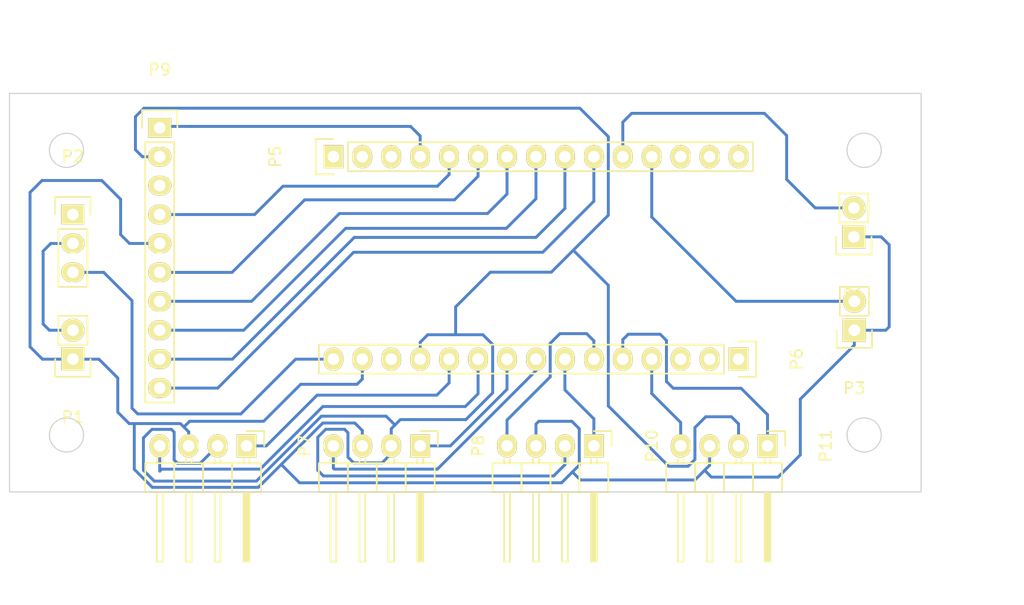
<source format=kicad_pcb>
(kicad_pcb (version 4) (host pcbnew "(2014-08-05 BZR 5054)-product")

  (general
    (links 34)
    (no_connects 0)
    (area 29.949999 29.949999 110.050001 65.050001)
    (thickness 1.6)
    (drawings 17)
    (tracks 225)
    (zones 0)
    (modules 11)
    (nets 32)
  )

  (page A4)
  (layers
    (0 F.Cu signal)
    (1 Arduino_CU jumper)
    (2 no signal)
    (31 B.Cu signal)
    (32 B.Adhes user)
    (33 F.Adhes user)
    (34 B.Paste user)
    (35 F.Paste user)
    (36 B.SilkS user)
    (37 F.SilkS user)
    (38 B.Mask user)
    (39 F.Mask user)
    (40 Dwgs.User user)
    (41 Cmts.User user)
    (42 Eco1.User user)
    (43 Eco2.User user)
    (44 Edge.Cuts user)
    (45 Margin user)
  )

  (setup
    (last_trace_width 0.254)
    (user_trace_width 0.35)
    (user_trace_width 0.5)
    (user_trace_width 0.75)
    (user_trace_width 1)
    (user_trace_width 1.5)
    (trace_clearance 0.254)
    (zone_clearance 0.508)
    (zone_45_only no)
    (trace_min 0.254)
    (segment_width 0.2)
    (edge_width 0.1)
    (via_size 0.889)
    (via_drill 0.635)
    (via_min_size 0.889)
    (via_min_drill 0.508)
    (uvia_size 0.508)
    (uvia_drill 0.127)
    (uvias_allowed no)
    (uvia_min_size 0.508)
    (uvia_min_drill 0.127)
    (pcb_text_width 0.3)
    (pcb_text_size 1.5 1.5)
    (mod_edge_width 0.15)
    (mod_text_size 1 1)
    (mod_text_width 0.15)
    (pad_size 1.5 1.5)
    (pad_drill 0.6)
    (pad_to_mask_clearance 0)
    (aux_axis_origin 0 0)
    (visible_elements FFFFFF7F)
    (pcbplotparams
      (layerselection 0x00030_80000001)
      (usegerberextensions false)
      (excludeedgelayer true)
      (linewidth 0.100000)
      (plotframeref false)
      (viasonmask false)
      (mode 1)
      (useauxorigin false)
      (hpglpennumber 1)
      (hpglpenspeed 20)
      (hpglpendiameter 15)
      (hpglpenoverlay 2)
      (psnegative false)
      (psa4output false)
      (plotreference true)
      (plotvalue true)
      (plotinvisibletext false)
      (padsonsilk false)
      (subtractmaskfromsilk false)
      (outputformat 1)
      (mirror false)
      (drillshape 1)
      (scaleselection 1)
      (outputdirectory ""))
  )

  (net 0 "")
  (net 1 GND)
  (net 2 /BATT_9V)
  (net 3 "Net-(P2-Pad1)")
  (net 4 /VIN)
  (net 5 /BT1)
  (net 6 /BT0)
  (net 7 /TX)
  (net 8 /RX)
  (net 9 /RESET)
  (net 10 /RS)
  (net 11 /ENABLE)
  (net 12 /D4)
  (net 13 /D5)
  (net 14 /D6)
  (net 15 /D7)
  (net 16 "Net-(P5-Pad13)")
  (net 17 "Net-(P5-Pad14)")
  (net 18 "Net-(P5-Pad15)")
  (net 19 "Net-(P6-Pad1)")
  (net 20 /3V3)
  (net 21 /AREF)
  (net 22 /SDA0)
  (net 23 /SCL0)
  (net 24 /SDA1)
  (net 25 /SCL1)
  (net 26 /SDA2)
  (net 27 /SCL2)
  (net 28 /SDA3)
  (net 29 /SCL3)
  (net 30 /VCC)
  (net 31 /Vo)

  (net_class Default "This is the default net class."
    (clearance 0.254)
    (trace_width 0.254)
    (via_dia 0.889)
    (via_drill 0.635)
    (uvia_dia 0.508)
    (uvia_drill 0.127)
    (add_net /3V3)
    (add_net /AREF)
    (add_net /BATT_9V)
    (add_net /BT0)
    (add_net /BT1)
    (add_net /D4)
    (add_net /D5)
    (add_net /D6)
    (add_net /D7)
    (add_net /ENABLE)
    (add_net /RESET)
    (add_net /RS)
    (add_net /RX)
    (add_net /SCL0)
    (add_net /SCL1)
    (add_net /SCL2)
    (add_net /SCL3)
    (add_net /SDA0)
    (add_net /SDA1)
    (add_net /SDA2)
    (add_net /SDA3)
    (add_net /TX)
    (add_net /VCC)
    (add_net /VIN)
    (add_net /Vo)
    (add_net GND)
    (add_net "Net-(P2-Pad1)")
    (add_net "Net-(P5-Pad13)")
    (add_net "Net-(P5-Pad14)")
    (add_net "Net-(P5-Pad15)")
    (add_net "Net-(P6-Pad1)")
  )

  (module Pin_Headers:Pin_Header_Straight_1x02 (layer F.Cu) (tedit 54EA090C) (tstamp 5548FFBE)
    (at 35.56 53.34 180)
    (descr "Through hole pin header")
    (tags "pin header")
    (path /55496787)
    (fp_text reference P1 (at 0 -5.1 180) (layer F.SilkS)
      (effects (font (size 1 1) (thickness 0.15)))
    )
    (fp_text value CONN_01X02 (at 0 -3.1 180) (layer F.Fab)
      (effects (font (size 1 1) (thickness 0.15)))
    )
    (fp_line (start 1.27 1.27) (end 1.27 3.81) (layer F.SilkS) (width 0.15))
    (fp_line (start 1.55 -1.55) (end 1.55 0) (layer F.SilkS) (width 0.15))
    (fp_line (start -1.75 -1.75) (end -1.75 4.3) (layer F.CrtYd) (width 0.05))
    (fp_line (start 1.75 -1.75) (end 1.75 4.3) (layer F.CrtYd) (width 0.05))
    (fp_line (start -1.75 -1.75) (end 1.75 -1.75) (layer F.CrtYd) (width 0.05))
    (fp_line (start -1.75 4.3) (end 1.75 4.3) (layer F.CrtYd) (width 0.05))
    (fp_line (start 1.27 1.27) (end -1.27 1.27) (layer F.SilkS) (width 0.15))
    (fp_line (start -1.55 0) (end -1.55 -1.55) (layer F.SilkS) (width 0.15))
    (fp_line (start -1.55 -1.55) (end 1.55 -1.55) (layer F.SilkS) (width 0.15))
    (fp_line (start -1.27 1.27) (end -1.27 3.81) (layer F.SilkS) (width 0.15))
    (fp_line (start -1.27 3.81) (end 1.27 3.81) (layer F.SilkS) (width 0.15))
    (pad 1 thru_hole rect (at 0 0 180) (size 2.032 2.032) (drill 1.016) (layers *.Cu *.Mask F.SilkS)
      (net 1 GND))
    (pad 2 thru_hole oval (at 0 2.54 180) (size 2.032 2.032) (drill 1.016) (layers *.Cu *.Mask F.SilkS)
      (net 2 /BATT_9V))
    (model Pin_Headers.3dshapes/Pin_Header_Straight_1x02.wrl
      (at (xyz 0 -0.05000000074505806 0))
      (scale (xyz 1 1 1))
      (rotate (xyz 0 0 90))
    )
  )

  (module Pin_Headers:Pin_Header_Straight_1x03 (layer F.Cu) (tedit 5548FECF) (tstamp 5548FFD0)
    (at 35.56 40.64)
    (descr "Through hole pin header")
    (tags "pin header")
    (path /554965D7)
    (fp_text reference P2 (at 0 -5.1) (layer F.SilkS)
      (effects (font (size 1 1) (thickness 0.15)))
    )
    (fp_text value CONN_01X03 (at 0 -3.1) (layer F.Fab)
      (effects (font (size 1 1) (thickness 0.15)))
    )
    (fp_line (start -1.75 -1.75) (end -1.75 6.85) (layer F.CrtYd) (width 0.05))
    (fp_line (start 1.75 -1.75) (end 1.75 6.85) (layer F.CrtYd) (width 0.05))
    (fp_line (start -1.75 -1.75) (end 1.75 -1.75) (layer F.CrtYd) (width 0.05))
    (fp_line (start -1.75 6.85) (end 1.75 6.85) (layer F.CrtYd) (width 0.05))
    (fp_line (start -1.27 1.27) (end -1.27 6.35) (layer F.SilkS) (width 0.15))
    (fp_line (start -1.27 6.35) (end 1.27 6.35) (layer F.SilkS) (width 0.15))
    (fp_line (start 1.27 6.35) (end 1.27 1.27) (layer F.SilkS) (width 0.15))
    (fp_line (start 1.55 -1.55) (end 1.55 0) (layer F.SilkS) (width 0.15))
    (fp_line (start 1.27 1.27) (end -1.27 1.27) (layer F.SilkS) (width 0.15))
    (fp_line (start -1.55 0) (end -1.55 -1.55) (layer F.SilkS) (width 0.15))
    (fp_line (start -1.55 -1.55) (end 1.55 -1.55) (layer F.SilkS) (width 0.15))
    (pad 1 thru_hole rect (at 0 0) (size 2.032 1.7272) (drill 1.016) (layers *.Cu *.Mask F.SilkS)
      (net 3 "Net-(P2-Pad1)"))
    (pad 2 thru_hole oval (at 0 2.54) (size 2.032 1.7272) (drill 1.016) (layers *.Cu *.Mask F.SilkS)
      (net 2 /BATT_9V))
    (pad 3 thru_hole oval (at 0 5.08) (size 2.032 1.7272) (drill 1.016) (layers *.Cu *.Mask F.SilkS)
      (net 4 /VIN))
    (model Pin_Headers.3dshapes/Pin_Header_Straight_1x03.wrl
      (at (xyz 0 -0.1000000014901161 0))
      (scale (xyz 1 1 1))
      (rotate (xyz 0 0 90))
    )
  )

  (module Pin_Headers:Pin_Header_Straight_1x02 (layer F.Cu) (tedit 54EA090C) (tstamp 5548FFE1)
    (at 104.14 50.8 180)
    (descr "Through hole pin header")
    (tags "pin header")
    (path /55496555)
    (fp_text reference P3 (at 0 -5.1 180) (layer F.SilkS)
      (effects (font (size 1 1) (thickness 0.15)))
    )
    (fp_text value CONN_01X02 (at 0 -3.1 180) (layer F.Fab)
      (effects (font (size 1 1) (thickness 0.15)))
    )
    (fp_line (start 1.27 1.27) (end 1.27 3.81) (layer F.SilkS) (width 0.15))
    (fp_line (start 1.55 -1.55) (end 1.55 0) (layer F.SilkS) (width 0.15))
    (fp_line (start -1.75 -1.75) (end -1.75 4.3) (layer F.CrtYd) (width 0.05))
    (fp_line (start 1.75 -1.75) (end 1.75 4.3) (layer F.CrtYd) (width 0.05))
    (fp_line (start -1.75 -1.75) (end 1.75 -1.75) (layer F.CrtYd) (width 0.05))
    (fp_line (start -1.75 4.3) (end 1.75 4.3) (layer F.CrtYd) (width 0.05))
    (fp_line (start 1.27 1.27) (end -1.27 1.27) (layer F.SilkS) (width 0.15))
    (fp_line (start -1.55 0) (end -1.55 -1.55) (layer F.SilkS) (width 0.15))
    (fp_line (start -1.55 -1.55) (end 1.55 -1.55) (layer F.SilkS) (width 0.15))
    (fp_line (start -1.27 1.27) (end -1.27 3.81) (layer F.SilkS) (width 0.15))
    (fp_line (start -1.27 3.81) (end 1.27 3.81) (layer F.SilkS) (width 0.15))
    (pad 1 thru_hole rect (at 0 0 180) (size 2.032 2.032) (drill 1.016) (layers *.Cu *.Mask F.SilkS)
      (net 1 GND))
    (pad 2 thru_hole oval (at 0 2.54 180) (size 2.032 2.032) (drill 1.016) (layers *.Cu *.Mask F.SilkS)
      (net 5 /BT1))
    (model Pin_Headers.3dshapes/Pin_Header_Straight_1x02.wrl
      (at (xyz 0 -0.05000000074505806 0))
      (scale (xyz 1 1 1))
      (rotate (xyz 0 0 90))
    )
  )

  (module Pin_Headers:Pin_Header_Straight_1x02 (layer F.Cu) (tedit 54EA090C) (tstamp 5548FFF2)
    (at 104.1 42.6 180)
    (descr "Through hole pin header")
    (tags "pin header")
    (path /55496412)
    (fp_text reference P4 (at 0 -5.1 180) (layer F.SilkS)
      (effects (font (size 1 1) (thickness 0.15)))
    )
    (fp_text value CONN_01X02 (at 0 -3.1 180) (layer F.Fab)
      (effects (font (size 1 1) (thickness 0.15)))
    )
    (fp_line (start 1.27 1.27) (end 1.27 3.81) (layer F.SilkS) (width 0.15))
    (fp_line (start 1.55 -1.55) (end 1.55 0) (layer F.SilkS) (width 0.15))
    (fp_line (start -1.75 -1.75) (end -1.75 4.3) (layer F.CrtYd) (width 0.05))
    (fp_line (start 1.75 -1.75) (end 1.75 4.3) (layer F.CrtYd) (width 0.05))
    (fp_line (start -1.75 -1.75) (end 1.75 -1.75) (layer F.CrtYd) (width 0.05))
    (fp_line (start -1.75 4.3) (end 1.75 4.3) (layer F.CrtYd) (width 0.05))
    (fp_line (start 1.27 1.27) (end -1.27 1.27) (layer F.SilkS) (width 0.15))
    (fp_line (start -1.55 0) (end -1.55 -1.55) (layer F.SilkS) (width 0.15))
    (fp_line (start -1.55 -1.55) (end 1.55 -1.55) (layer F.SilkS) (width 0.15))
    (fp_line (start -1.27 1.27) (end -1.27 3.81) (layer F.SilkS) (width 0.15))
    (fp_line (start -1.27 3.81) (end 1.27 3.81) (layer F.SilkS) (width 0.15))
    (pad 1 thru_hole rect (at 0 0 180) (size 2.032 2.032) (drill 1.016) (layers *.Cu *.Mask F.SilkS)
      (net 1 GND))
    (pad 2 thru_hole oval (at 0 2.54 180) (size 2.032 2.032) (drill 1.016) (layers *.Cu *.Mask F.SilkS)
      (net 6 /BT0))
    (model Pin_Headers.3dshapes/Pin_Header_Straight_1x02.wrl
      (at (xyz 0 -0.05000000074505806 0))
      (scale (xyz 1 1 1))
      (rotate (xyz 0 0 90))
    )
  )

  (module Pin_Headers:Pin_Header_Straight_1x15 (layer F.Cu) (tedit 5548FECF) (tstamp 55490010)
    (at 58.42 35.56 90)
    (descr "Through hole pin header")
    (tags "pin header")
    (path /55495A97)
    (fp_text reference P5 (at 0 -5.1 90) (layer F.SilkS)
      (effects (font (size 1 1) (thickness 0.15)))
    )
    (fp_text value CONN_01X15 (at 0 -3.1 90) (layer F.Fab)
      (effects (font (size 1 1) (thickness 0.15)))
    )
    (fp_line (start -1.75 -1.75) (end -1.75 37.35) (layer F.CrtYd) (width 0.05))
    (fp_line (start 1.75 -1.75) (end 1.75 37.35) (layer F.CrtYd) (width 0.05))
    (fp_line (start -1.75 -1.75) (end 1.75 -1.75) (layer F.CrtYd) (width 0.05))
    (fp_line (start -1.75 37.35) (end 1.75 37.35) (layer F.CrtYd) (width 0.05))
    (fp_line (start -1.27 1.27) (end -1.27 36.83) (layer F.SilkS) (width 0.15))
    (fp_line (start -1.27 36.83) (end 1.27 36.83) (layer F.SilkS) (width 0.15))
    (fp_line (start 1.27 36.83) (end 1.27 1.27) (layer F.SilkS) (width 0.15))
    (fp_line (start 1.55 -1.55) (end 1.55 0) (layer F.SilkS) (width 0.15))
    (fp_line (start 1.27 1.27) (end -1.27 1.27) (layer F.SilkS) (width 0.15))
    (fp_line (start -1.55 0) (end -1.55 -1.55) (layer F.SilkS) (width 0.15))
    (fp_line (start -1.55 -1.55) (end 1.55 -1.55) (layer F.SilkS) (width 0.15))
    (pad 1 thru_hole rect (at 0 0 90) (size 2.032 1.7272) (drill 1.016) (layers *.Cu *.Mask F.SilkS)
      (net 7 /TX))
    (pad 2 thru_hole oval (at 0 2.54 90) (size 2.032 1.7272) (drill 1.016) (layers *.Cu *.Mask F.SilkS)
      (net 8 /RX))
    (pad 3 thru_hole oval (at 0 5.08 90) (size 2.032 1.7272) (drill 1.016) (layers *.Cu *.Mask F.SilkS)
      (net 9 /RESET))
    (pad 4 thru_hole oval (at 0 7.62 90) (size 2.032 1.7272) (drill 1.016) (layers *.Cu *.Mask F.SilkS)
      (net 1 GND))
    (pad 5 thru_hole oval (at 0 10.16 90) (size 2.032 1.7272) (drill 1.016) (layers *.Cu *.Mask F.SilkS)
      (net 10 /RS))
    (pad 6 thru_hole oval (at 0 12.7 90) (size 2.032 1.7272) (drill 1.016) (layers *.Cu *.Mask F.SilkS)
      (net 11 /ENABLE))
    (pad 7 thru_hole oval (at 0 15.24 90) (size 2.032 1.7272) (drill 1.016) (layers *.Cu *.Mask F.SilkS)
      (net 12 /D4))
    (pad 8 thru_hole oval (at 0 17.78 90) (size 2.032 1.7272) (drill 1.016) (layers *.Cu *.Mask F.SilkS)
      (net 13 /D5))
    (pad 9 thru_hole oval (at 0 20.32 90) (size 2.032 1.7272) (drill 1.016) (layers *.Cu *.Mask F.SilkS)
      (net 14 /D6))
    (pad 10 thru_hole oval (at 0 22.86 90) (size 2.032 1.7272) (drill 1.016) (layers *.Cu *.Mask F.SilkS)
      (net 15 /D7))
    (pad 11 thru_hole oval (at 0 25.4 90) (size 2.032 1.7272) (drill 1.016) (layers *.Cu *.Mask F.SilkS)
      (net 6 /BT0))
    (pad 12 thru_hole oval (at 0 27.94 90) (size 2.032 1.7272) (drill 1.016) (layers *.Cu *.Mask F.SilkS)
      (net 5 /BT1))
    (pad 13 thru_hole oval (at 0 30.48 90) (size 2.032 1.7272) (drill 1.016) (layers *.Cu *.Mask F.SilkS)
      (net 16 "Net-(P5-Pad13)"))
    (pad 14 thru_hole oval (at 0 33.02 90) (size 2.032 1.7272) (drill 1.016) (layers *.Cu *.Mask F.SilkS)
      (net 17 "Net-(P5-Pad14)"))
    (pad 15 thru_hole oval (at 0 35.56 90) (size 2.032 1.7272) (drill 1.016) (layers *.Cu *.Mask F.SilkS)
      (net 18 "Net-(P5-Pad15)"))
    (model Pin_Headers.3dshapes/Pin_Header_Straight_1x15.wrl
      (at (xyz 0 -0.699999988079071 0))
      (scale (xyz 1 1 1))
      (rotate (xyz 0 0 90))
    )
  )

  (module Pin_Headers:Pin_Header_Straight_1x15 (layer F.Cu) (tedit 5548FECF) (tstamp 5549002E)
    (at 93.98 53.34 270)
    (descr "Through hole pin header")
    (tags "pin header")
    (path /55495AD8)
    (fp_text reference P6 (at 0 -5.1 270) (layer F.SilkS)
      (effects (font (size 1 1) (thickness 0.15)))
    )
    (fp_text value CONN_01X15 (at 0 -3.1 270) (layer F.Fab)
      (effects (font (size 1 1) (thickness 0.15)))
    )
    (fp_line (start -1.75 -1.75) (end -1.75 37.35) (layer F.CrtYd) (width 0.05))
    (fp_line (start 1.75 -1.75) (end 1.75 37.35) (layer F.CrtYd) (width 0.05))
    (fp_line (start -1.75 -1.75) (end 1.75 -1.75) (layer F.CrtYd) (width 0.05))
    (fp_line (start -1.75 37.35) (end 1.75 37.35) (layer F.CrtYd) (width 0.05))
    (fp_line (start -1.27 1.27) (end -1.27 36.83) (layer F.SilkS) (width 0.15))
    (fp_line (start -1.27 36.83) (end 1.27 36.83) (layer F.SilkS) (width 0.15))
    (fp_line (start 1.27 36.83) (end 1.27 1.27) (layer F.SilkS) (width 0.15))
    (fp_line (start 1.55 -1.55) (end 1.55 0) (layer F.SilkS) (width 0.15))
    (fp_line (start 1.27 1.27) (end -1.27 1.27) (layer F.SilkS) (width 0.15))
    (fp_line (start -1.55 0) (end -1.55 -1.55) (layer F.SilkS) (width 0.15))
    (fp_line (start -1.55 -1.55) (end 1.55 -1.55) (layer F.SilkS) (width 0.15))
    (pad 1 thru_hole rect (at 0 0 270) (size 2.032 1.7272) (drill 1.016) (layers *.Cu *.Mask F.SilkS)
      (net 19 "Net-(P6-Pad1)"))
    (pad 2 thru_hole oval (at 0 2.54 270) (size 2.032 1.7272) (drill 1.016) (layers *.Cu *.Mask F.SilkS)
      (net 20 /3V3))
    (pad 3 thru_hole oval (at 0 5.08 270) (size 2.032 1.7272) (drill 1.016) (layers *.Cu *.Mask F.SilkS)
      (net 21 /AREF))
    (pad 4 thru_hole oval (at 0 7.62 270) (size 2.032 1.7272) (drill 1.016) (layers *.Cu *.Mask F.SilkS)
      (net 22 /SDA0))
    (pad 5 thru_hole oval (at 0 10.16 270) (size 2.032 1.7272) (drill 1.016) (layers *.Cu *.Mask F.SilkS)
      (net 23 /SCL0))
    (pad 6 thru_hole oval (at 0 12.7 270) (size 2.032 1.7272) (drill 1.016) (layers *.Cu *.Mask F.SilkS)
      (net 24 /SDA1))
    (pad 7 thru_hole oval (at 0 15.24 270) (size 2.032 1.7272) (drill 1.016) (layers *.Cu *.Mask F.SilkS)
      (net 25 /SCL1))
    (pad 8 thru_hole oval (at 0 17.78 270) (size 2.032 1.7272) (drill 1.016) (layers *.Cu *.Mask F.SilkS)
      (net 26 /SDA2))
    (pad 9 thru_hole oval (at 0 20.32 270) (size 2.032 1.7272) (drill 1.016) (layers *.Cu *.Mask F.SilkS)
      (net 27 /SCL2))
    (pad 10 thru_hole oval (at 0 22.86 270) (size 2.032 1.7272) (drill 1.016) (layers *.Cu *.Mask F.SilkS)
      (net 28 /SDA3))
    (pad 11 thru_hole oval (at 0 25.4 270) (size 2.032 1.7272) (drill 1.016) (layers *.Cu *.Mask F.SilkS)
      (net 29 /SCL3))
    (pad 12 thru_hole oval (at 0 27.94 270) (size 2.032 1.7272) (drill 1.016) (layers *.Cu *.Mask F.SilkS)
      (net 30 /VCC))
    (pad 13 thru_hole oval (at 0 30.48 270) (size 2.032 1.7272) (drill 1.016) (layers *.Cu *.Mask F.SilkS)
      (net 9 /RESET))
    (pad 14 thru_hole oval (at 0 33.02 270) (size 2.032 1.7272) (drill 1.016) (layers *.Cu *.Mask F.SilkS)
      (net 1 GND))
    (pad 15 thru_hole oval (at 0 35.56 270) (size 2.032 1.7272) (drill 1.016) (layers *.Cu *.Mask F.SilkS)
      (net 4 /VIN))
    (model Pin_Headers.3dshapes/Pin_Header_Straight_1x15.wrl
      (at (xyz 0 -0.699999988079071 0))
      (scale (xyz 1 1 1))
      (rotate (xyz 0 0 90))
    )
  )

  (module Pin_Headers:Pin_Header_Angled_1x04 (layer F.Cu) (tedit 5548FECF) (tstamp 55490065)
    (at 50.8 60.96 270)
    (descr "Through hole pin header")
    (tags "pin header")
    (path /55496C8A)
    (fp_text reference P7 (at 0 -5.1 270) (layer F.SilkS)
      (effects (font (size 1 1) (thickness 0.15)))
    )
    (fp_text value CONN_01X04 (at 0 -3.1 270) (layer F.Fab)
      (effects (font (size 1 1) (thickness 0.15)))
    )
    (fp_line (start -1.5 -1.75) (end -1.5 9.4) (layer F.CrtYd) (width 0.05))
    (fp_line (start 10.65 -1.75) (end 10.65 9.4) (layer F.CrtYd) (width 0.05))
    (fp_line (start -1.5 -1.75) (end 10.65 -1.75) (layer F.CrtYd) (width 0.05))
    (fp_line (start -1.5 9.4) (end 10.65 9.4) (layer F.CrtYd) (width 0.05))
    (fp_line (start -1.3 -1.55) (end -1.3 0) (layer F.SilkS) (width 0.15))
    (fp_line (start 0 -1.55) (end -1.3 -1.55) (layer F.SilkS) (width 0.15))
    (fp_line (start 4.191 -0.127) (end 10.033 -0.127) (layer F.SilkS) (width 0.15))
    (fp_line (start 10.033 -0.127) (end 10.033 0.127) (layer F.SilkS) (width 0.15))
    (fp_line (start 10.033 0.127) (end 4.191 0.127) (layer F.SilkS) (width 0.15))
    (fp_line (start 4.191 0.127) (end 4.191 0) (layer F.SilkS) (width 0.15))
    (fp_line (start 4.191 0) (end 10.033 0) (layer F.SilkS) (width 0.15))
    (fp_line (start 1.524 -0.254) (end 1.143 -0.254) (layer F.SilkS) (width 0.15))
    (fp_line (start 1.524 0.254) (end 1.143 0.254) (layer F.SilkS) (width 0.15))
    (fp_line (start 1.524 2.286) (end 1.143 2.286) (layer F.SilkS) (width 0.15))
    (fp_line (start 1.524 2.794) (end 1.143 2.794) (layer F.SilkS) (width 0.15))
    (fp_line (start 1.524 4.826) (end 1.143 4.826) (layer F.SilkS) (width 0.15))
    (fp_line (start 1.524 5.334) (end 1.143 5.334) (layer F.SilkS) (width 0.15))
    (fp_line (start 1.524 7.874) (end 1.143 7.874) (layer F.SilkS) (width 0.15))
    (fp_line (start 1.524 7.366) (end 1.143 7.366) (layer F.SilkS) (width 0.15))
    (fp_line (start 1.524 -1.27) (end 4.064 -1.27) (layer F.SilkS) (width 0.15))
    (fp_line (start 1.524 1.27) (end 4.064 1.27) (layer F.SilkS) (width 0.15))
    (fp_line (start 1.524 1.27) (end 1.524 3.81) (layer F.SilkS) (width 0.15))
    (fp_line (start 1.524 3.81) (end 4.064 3.81) (layer F.SilkS) (width 0.15))
    (fp_line (start 4.064 2.286) (end 10.16 2.286) (layer F.SilkS) (width 0.15))
    (fp_line (start 10.16 2.286) (end 10.16 2.794) (layer F.SilkS) (width 0.15))
    (fp_line (start 10.16 2.794) (end 4.064 2.794) (layer F.SilkS) (width 0.15))
    (fp_line (start 4.064 3.81) (end 4.064 1.27) (layer F.SilkS) (width 0.15))
    (fp_line (start 4.064 1.27) (end 4.064 -1.27) (layer F.SilkS) (width 0.15))
    (fp_line (start 10.16 0.254) (end 4.064 0.254) (layer F.SilkS) (width 0.15))
    (fp_line (start 10.16 -0.254) (end 10.16 0.254) (layer F.SilkS) (width 0.15))
    (fp_line (start 4.064 -0.254) (end 10.16 -0.254) (layer F.SilkS) (width 0.15))
    (fp_line (start 1.524 1.27) (end 4.064 1.27) (layer F.SilkS) (width 0.15))
    (fp_line (start 1.524 -1.27) (end 1.524 1.27) (layer F.SilkS) (width 0.15))
    (fp_line (start 1.524 6.35) (end 4.064 6.35) (layer F.SilkS) (width 0.15))
    (fp_line (start 1.524 6.35) (end 1.524 8.89) (layer F.SilkS) (width 0.15))
    (fp_line (start 1.524 8.89) (end 4.064 8.89) (layer F.SilkS) (width 0.15))
    (fp_line (start 4.064 7.366) (end 10.16 7.366) (layer F.SilkS) (width 0.15))
    (fp_line (start 10.16 7.366) (end 10.16 7.874) (layer F.SilkS) (width 0.15))
    (fp_line (start 10.16 7.874) (end 4.064 7.874) (layer F.SilkS) (width 0.15))
    (fp_line (start 4.064 8.89) (end 4.064 6.35) (layer F.SilkS) (width 0.15))
    (fp_line (start 4.064 6.35) (end 4.064 3.81) (layer F.SilkS) (width 0.15))
    (fp_line (start 10.16 5.334) (end 4.064 5.334) (layer F.SilkS) (width 0.15))
    (fp_line (start 10.16 4.826) (end 10.16 5.334) (layer F.SilkS) (width 0.15))
    (fp_line (start 4.064 4.826) (end 10.16 4.826) (layer F.SilkS) (width 0.15))
    (fp_line (start 1.524 6.35) (end 4.064 6.35) (layer F.SilkS) (width 0.15))
    (fp_line (start 1.524 3.81) (end 1.524 6.35) (layer F.SilkS) (width 0.15))
    (fp_line (start 1.524 3.81) (end 4.064 3.81) (layer F.SilkS) (width 0.15))
    (pad 1 thru_hole rect (at 0 0 270) (size 2.032 1.7272) (drill 1.016) (layers *.Cu *.Mask F.SilkS)
      (net 29 /SCL3))
    (pad 2 thru_hole oval (at 0 2.54 270) (size 2.032 1.7272) (drill 1.016) (layers *.Cu *.Mask F.SilkS)
      (net 30 /VCC))
    (pad 3 thru_hole oval (at 0 5.08 270) (size 2.032 1.7272) (drill 1.016) (layers *.Cu *.Mask F.SilkS)
      (net 1 GND))
    (pad 4 thru_hole oval (at 0 7.62 270) (size 2.032 1.7272) (drill 1.016) (layers *.Cu *.Mask F.SilkS)
      (net 28 /SDA3))
    (model Pin_Headers.3dshapes/Pin_Header_Angled_1x04.wrl
      (at (xyz 0 -0.1500000059604645 0))
      (scale (xyz 1 1 1))
      (rotate (xyz 0 0 90))
    )
  )

  (module Pin_Headers:Pin_Header_Angled_1x04 (layer F.Cu) (tedit 5548FECF) (tstamp 5549009C)
    (at 66.04 60.96 270)
    (descr "Through hole pin header")
    (tags "pin header")
    (path /554970B9)
    (fp_text reference P8 (at 0 -5.1 270) (layer F.SilkS)
      (effects (font (size 1 1) (thickness 0.15)))
    )
    (fp_text value CONN_01X04 (at 0 -3.1 270) (layer F.Fab)
      (effects (font (size 1 1) (thickness 0.15)))
    )
    (fp_line (start -1.5 -1.75) (end -1.5 9.4) (layer F.CrtYd) (width 0.05))
    (fp_line (start 10.65 -1.75) (end 10.65 9.4) (layer F.CrtYd) (width 0.05))
    (fp_line (start -1.5 -1.75) (end 10.65 -1.75) (layer F.CrtYd) (width 0.05))
    (fp_line (start -1.5 9.4) (end 10.65 9.4) (layer F.CrtYd) (width 0.05))
    (fp_line (start -1.3 -1.55) (end -1.3 0) (layer F.SilkS) (width 0.15))
    (fp_line (start 0 -1.55) (end -1.3 -1.55) (layer F.SilkS) (width 0.15))
    (fp_line (start 4.191 -0.127) (end 10.033 -0.127) (layer F.SilkS) (width 0.15))
    (fp_line (start 10.033 -0.127) (end 10.033 0.127) (layer F.SilkS) (width 0.15))
    (fp_line (start 10.033 0.127) (end 4.191 0.127) (layer F.SilkS) (width 0.15))
    (fp_line (start 4.191 0.127) (end 4.191 0) (layer F.SilkS) (width 0.15))
    (fp_line (start 4.191 0) (end 10.033 0) (layer F.SilkS) (width 0.15))
    (fp_line (start 1.524 -0.254) (end 1.143 -0.254) (layer F.SilkS) (width 0.15))
    (fp_line (start 1.524 0.254) (end 1.143 0.254) (layer F.SilkS) (width 0.15))
    (fp_line (start 1.524 2.286) (end 1.143 2.286) (layer F.SilkS) (width 0.15))
    (fp_line (start 1.524 2.794) (end 1.143 2.794) (layer F.SilkS) (width 0.15))
    (fp_line (start 1.524 4.826) (end 1.143 4.826) (layer F.SilkS) (width 0.15))
    (fp_line (start 1.524 5.334) (end 1.143 5.334) (layer F.SilkS) (width 0.15))
    (fp_line (start 1.524 7.874) (end 1.143 7.874) (layer F.SilkS) (width 0.15))
    (fp_line (start 1.524 7.366) (end 1.143 7.366) (layer F.SilkS) (width 0.15))
    (fp_line (start 1.524 -1.27) (end 4.064 -1.27) (layer F.SilkS) (width 0.15))
    (fp_line (start 1.524 1.27) (end 4.064 1.27) (layer F.SilkS) (width 0.15))
    (fp_line (start 1.524 1.27) (end 1.524 3.81) (layer F.SilkS) (width 0.15))
    (fp_line (start 1.524 3.81) (end 4.064 3.81) (layer F.SilkS) (width 0.15))
    (fp_line (start 4.064 2.286) (end 10.16 2.286) (layer F.SilkS) (width 0.15))
    (fp_line (start 10.16 2.286) (end 10.16 2.794) (layer F.SilkS) (width 0.15))
    (fp_line (start 10.16 2.794) (end 4.064 2.794) (layer F.SilkS) (width 0.15))
    (fp_line (start 4.064 3.81) (end 4.064 1.27) (layer F.SilkS) (width 0.15))
    (fp_line (start 4.064 1.27) (end 4.064 -1.27) (layer F.SilkS) (width 0.15))
    (fp_line (start 10.16 0.254) (end 4.064 0.254) (layer F.SilkS) (width 0.15))
    (fp_line (start 10.16 -0.254) (end 10.16 0.254) (layer F.SilkS) (width 0.15))
    (fp_line (start 4.064 -0.254) (end 10.16 -0.254) (layer F.SilkS) (width 0.15))
    (fp_line (start 1.524 1.27) (end 4.064 1.27) (layer F.SilkS) (width 0.15))
    (fp_line (start 1.524 -1.27) (end 1.524 1.27) (layer F.SilkS) (width 0.15))
    (fp_line (start 1.524 6.35) (end 4.064 6.35) (layer F.SilkS) (width 0.15))
    (fp_line (start 1.524 6.35) (end 1.524 8.89) (layer F.SilkS) (width 0.15))
    (fp_line (start 1.524 8.89) (end 4.064 8.89) (layer F.SilkS) (width 0.15))
    (fp_line (start 4.064 7.366) (end 10.16 7.366) (layer F.SilkS) (width 0.15))
    (fp_line (start 10.16 7.366) (end 10.16 7.874) (layer F.SilkS) (width 0.15))
    (fp_line (start 10.16 7.874) (end 4.064 7.874) (layer F.SilkS) (width 0.15))
    (fp_line (start 4.064 8.89) (end 4.064 6.35) (layer F.SilkS) (width 0.15))
    (fp_line (start 4.064 6.35) (end 4.064 3.81) (layer F.SilkS) (width 0.15))
    (fp_line (start 10.16 5.334) (end 4.064 5.334) (layer F.SilkS) (width 0.15))
    (fp_line (start 10.16 4.826) (end 10.16 5.334) (layer F.SilkS) (width 0.15))
    (fp_line (start 4.064 4.826) (end 10.16 4.826) (layer F.SilkS) (width 0.15))
    (fp_line (start 1.524 6.35) (end 4.064 6.35) (layer F.SilkS) (width 0.15))
    (fp_line (start 1.524 3.81) (end 1.524 6.35) (layer F.SilkS) (width 0.15))
    (fp_line (start 1.524 3.81) (end 4.064 3.81) (layer F.SilkS) (width 0.15))
    (pad 1 thru_hole rect (at 0 0 270) (size 2.032 1.7272) (drill 1.016) (layers *.Cu *.Mask F.SilkS)
      (net 27 /SCL2))
    (pad 2 thru_hole oval (at 0 2.54 270) (size 2.032 1.7272) (drill 1.016) (layers *.Cu *.Mask F.SilkS)
      (net 30 /VCC))
    (pad 3 thru_hole oval (at 0 5.08 270) (size 2.032 1.7272) (drill 1.016) (layers *.Cu *.Mask F.SilkS)
      (net 1 GND))
    (pad 4 thru_hole oval (at 0 7.62 270) (size 2.032 1.7272) (drill 1.016) (layers *.Cu *.Mask F.SilkS)
      (net 26 /SDA2))
    (model Pin_Headers.3dshapes/Pin_Header_Angled_1x04.wrl
      (at (xyz 0 -0.1500000059604645 0))
      (scale (xyz 1 1 1))
      (rotate (xyz 0 0 90))
    )
  )

  (module Pin_Headers:Pin_Header_Straight_1x10 (layer F.Cu) (tedit 5548FECF) (tstamp 554900B5)
    (at 43.18 33.02)
    (descr "Through hole pin header")
    (tags "pin header")
    (path /55495C19)
    (fp_text reference P9 (at 0 -5.1) (layer F.SilkS)
      (effects (font (size 1 1) (thickness 0.15)))
    )
    (fp_text value CONN_01X10 (at 0 -3.1) (layer F.Fab)
      (effects (font (size 1 1) (thickness 0.15)))
    )
    (fp_line (start -1.75 -1.75) (end -1.75 24.65) (layer F.CrtYd) (width 0.05))
    (fp_line (start 1.75 -1.75) (end 1.75 24.65) (layer F.CrtYd) (width 0.05))
    (fp_line (start -1.75 -1.75) (end 1.75 -1.75) (layer F.CrtYd) (width 0.05))
    (fp_line (start -1.75 24.65) (end 1.75 24.65) (layer F.CrtYd) (width 0.05))
    (fp_line (start 1.27 1.27) (end 1.27 24.13) (layer F.SilkS) (width 0.15))
    (fp_line (start 1.27 24.13) (end -1.27 24.13) (layer F.SilkS) (width 0.15))
    (fp_line (start -1.27 24.13) (end -1.27 1.27) (layer F.SilkS) (width 0.15))
    (fp_line (start 1.55 -1.55) (end 1.55 0) (layer F.SilkS) (width 0.15))
    (fp_line (start 1.27 1.27) (end -1.27 1.27) (layer F.SilkS) (width 0.15))
    (fp_line (start -1.55 0) (end -1.55 -1.55) (layer F.SilkS) (width 0.15))
    (fp_line (start -1.55 -1.55) (end 1.55 -1.55) (layer F.SilkS) (width 0.15))
    (pad 1 thru_hole rect (at 0 0) (size 2.032 1.7272) (drill 1.016) (layers *.Cu *.Mask F.SilkS)
      (net 1 GND))
    (pad 2 thru_hole oval (at 0 2.54) (size 2.032 1.7272) (drill 1.016) (layers *.Cu *.Mask F.SilkS)
      (net 30 /VCC))
    (pad 3 thru_hole oval (at 0 5.08) (size 2.032 1.7272) (drill 1.016) (layers *.Cu *.Mask F.SilkS)
      (net 31 /Vo))
    (pad 4 thru_hole oval (at 0 7.62) (size 2.032 1.7272) (drill 1.016) (layers *.Cu *.Mask F.SilkS)
      (net 10 /RS))
    (pad 5 thru_hole oval (at 0 10.16) (size 2.032 1.7272) (drill 1.016) (layers *.Cu *.Mask F.SilkS)
      (net 1 GND))
    (pad 6 thru_hole oval (at 0 12.7) (size 2.032 1.7272) (drill 1.016) (layers *.Cu *.Mask F.SilkS)
      (net 11 /ENABLE))
    (pad 7 thru_hole oval (at 0 15.24) (size 2.032 1.7272) (drill 1.016) (layers *.Cu *.Mask F.SilkS)
      (net 12 /D4))
    (pad 8 thru_hole oval (at 0 17.78) (size 2.032 1.7272) (drill 1.016) (layers *.Cu *.Mask F.SilkS)
      (net 13 /D5))
    (pad 9 thru_hole oval (at 0 20.32) (size 2.032 1.7272) (drill 1.016) (layers *.Cu *.Mask F.SilkS)
      (net 14 /D6))
    (pad 10 thru_hole oval (at 0 22.86) (size 2.032 1.7272) (drill 1.016) (layers *.Cu *.Mask F.SilkS)
      (net 15 /D7))
    (model Pin_Headers.3dshapes/Pin_Header_Straight_1x10.wrl
      (at (xyz 0 -0.449999988079071 0))
      (scale (xyz 1 1 1))
      (rotate (xyz 0 0 90))
    )
  )

  (module Pin_Headers:Pin_Header_Angled_1x04 (layer F.Cu) (tedit 5548FECF) (tstamp 554900EC)
    (at 81.28 60.96 270)
    (descr "Through hole pin header")
    (tags "pin header")
    (path /554972A7)
    (fp_text reference P10 (at 0 -5.1 270) (layer F.SilkS)
      (effects (font (size 1 1) (thickness 0.15)))
    )
    (fp_text value CONN_01X04 (at 0 -3.1 270) (layer F.Fab)
      (effects (font (size 1 1) (thickness 0.15)))
    )
    (fp_line (start -1.5 -1.75) (end -1.5 9.4) (layer F.CrtYd) (width 0.05))
    (fp_line (start 10.65 -1.75) (end 10.65 9.4) (layer F.CrtYd) (width 0.05))
    (fp_line (start -1.5 -1.75) (end 10.65 -1.75) (layer F.CrtYd) (width 0.05))
    (fp_line (start -1.5 9.4) (end 10.65 9.4) (layer F.CrtYd) (width 0.05))
    (fp_line (start -1.3 -1.55) (end -1.3 0) (layer F.SilkS) (width 0.15))
    (fp_line (start 0 -1.55) (end -1.3 -1.55) (layer F.SilkS) (width 0.15))
    (fp_line (start 4.191 -0.127) (end 10.033 -0.127) (layer F.SilkS) (width 0.15))
    (fp_line (start 10.033 -0.127) (end 10.033 0.127) (layer F.SilkS) (width 0.15))
    (fp_line (start 10.033 0.127) (end 4.191 0.127) (layer F.SilkS) (width 0.15))
    (fp_line (start 4.191 0.127) (end 4.191 0) (layer F.SilkS) (width 0.15))
    (fp_line (start 4.191 0) (end 10.033 0) (layer F.SilkS) (width 0.15))
    (fp_line (start 1.524 -0.254) (end 1.143 -0.254) (layer F.SilkS) (width 0.15))
    (fp_line (start 1.524 0.254) (end 1.143 0.254) (layer F.SilkS) (width 0.15))
    (fp_line (start 1.524 2.286) (end 1.143 2.286) (layer F.SilkS) (width 0.15))
    (fp_line (start 1.524 2.794) (end 1.143 2.794) (layer F.SilkS) (width 0.15))
    (fp_line (start 1.524 4.826) (end 1.143 4.826) (layer F.SilkS) (width 0.15))
    (fp_line (start 1.524 5.334) (end 1.143 5.334) (layer F.SilkS) (width 0.15))
    (fp_line (start 1.524 7.874) (end 1.143 7.874) (layer F.SilkS) (width 0.15))
    (fp_line (start 1.524 7.366) (end 1.143 7.366) (layer F.SilkS) (width 0.15))
    (fp_line (start 1.524 -1.27) (end 4.064 -1.27) (layer F.SilkS) (width 0.15))
    (fp_line (start 1.524 1.27) (end 4.064 1.27) (layer F.SilkS) (width 0.15))
    (fp_line (start 1.524 1.27) (end 1.524 3.81) (layer F.SilkS) (width 0.15))
    (fp_line (start 1.524 3.81) (end 4.064 3.81) (layer F.SilkS) (width 0.15))
    (fp_line (start 4.064 2.286) (end 10.16 2.286) (layer F.SilkS) (width 0.15))
    (fp_line (start 10.16 2.286) (end 10.16 2.794) (layer F.SilkS) (width 0.15))
    (fp_line (start 10.16 2.794) (end 4.064 2.794) (layer F.SilkS) (width 0.15))
    (fp_line (start 4.064 3.81) (end 4.064 1.27) (layer F.SilkS) (width 0.15))
    (fp_line (start 4.064 1.27) (end 4.064 -1.27) (layer F.SilkS) (width 0.15))
    (fp_line (start 10.16 0.254) (end 4.064 0.254) (layer F.SilkS) (width 0.15))
    (fp_line (start 10.16 -0.254) (end 10.16 0.254) (layer F.SilkS) (width 0.15))
    (fp_line (start 4.064 -0.254) (end 10.16 -0.254) (layer F.SilkS) (width 0.15))
    (fp_line (start 1.524 1.27) (end 4.064 1.27) (layer F.SilkS) (width 0.15))
    (fp_line (start 1.524 -1.27) (end 1.524 1.27) (layer F.SilkS) (width 0.15))
    (fp_line (start 1.524 6.35) (end 4.064 6.35) (layer F.SilkS) (width 0.15))
    (fp_line (start 1.524 6.35) (end 1.524 8.89) (layer F.SilkS) (width 0.15))
    (fp_line (start 1.524 8.89) (end 4.064 8.89) (layer F.SilkS) (width 0.15))
    (fp_line (start 4.064 7.366) (end 10.16 7.366) (layer F.SilkS) (width 0.15))
    (fp_line (start 10.16 7.366) (end 10.16 7.874) (layer F.SilkS) (width 0.15))
    (fp_line (start 10.16 7.874) (end 4.064 7.874) (layer F.SilkS) (width 0.15))
    (fp_line (start 4.064 8.89) (end 4.064 6.35) (layer F.SilkS) (width 0.15))
    (fp_line (start 4.064 6.35) (end 4.064 3.81) (layer F.SilkS) (width 0.15))
    (fp_line (start 10.16 5.334) (end 4.064 5.334) (layer F.SilkS) (width 0.15))
    (fp_line (start 10.16 4.826) (end 10.16 5.334) (layer F.SilkS) (width 0.15))
    (fp_line (start 4.064 4.826) (end 10.16 4.826) (layer F.SilkS) (width 0.15))
    (fp_line (start 1.524 6.35) (end 4.064 6.35) (layer F.SilkS) (width 0.15))
    (fp_line (start 1.524 3.81) (end 1.524 6.35) (layer F.SilkS) (width 0.15))
    (fp_line (start 1.524 3.81) (end 4.064 3.81) (layer F.SilkS) (width 0.15))
    (pad 1 thru_hole rect (at 0 0 270) (size 2.032 1.7272) (drill 1.016) (layers *.Cu *.Mask F.SilkS)
      (net 25 /SCL1))
    (pad 2 thru_hole oval (at 0 2.54 270) (size 2.032 1.7272) (drill 1.016) (layers *.Cu *.Mask F.SilkS)
      (net 30 /VCC))
    (pad 3 thru_hole oval (at 0 5.08 270) (size 2.032 1.7272) (drill 1.016) (layers *.Cu *.Mask F.SilkS)
      (net 1 GND))
    (pad 4 thru_hole oval (at 0 7.62 270) (size 2.032 1.7272) (drill 1.016) (layers *.Cu *.Mask F.SilkS)
      (net 24 /SDA1))
    (model Pin_Headers.3dshapes/Pin_Header_Angled_1x04.wrl
      (at (xyz 0 -0.1500000059604645 0))
      (scale (xyz 1 1 1))
      (rotate (xyz 0 0 90))
    )
  )

  (module Pin_Headers:Pin_Header_Angled_1x04 (layer F.Cu) (tedit 5548FECF) (tstamp 55490123)
    (at 96.52 60.96 270)
    (descr "Through hole pin header")
    (tags "pin header")
    (path /554972B5)
    (fp_text reference P11 (at 0 -5.1 270) (layer F.SilkS)
      (effects (font (size 1 1) (thickness 0.15)))
    )
    (fp_text value CONN_01X04 (at 0 -3.1 270) (layer F.Fab)
      (effects (font (size 1 1) (thickness 0.15)))
    )
    (fp_line (start -1.5 -1.75) (end -1.5 9.4) (layer F.CrtYd) (width 0.05))
    (fp_line (start 10.65 -1.75) (end 10.65 9.4) (layer F.CrtYd) (width 0.05))
    (fp_line (start -1.5 -1.75) (end 10.65 -1.75) (layer F.CrtYd) (width 0.05))
    (fp_line (start -1.5 9.4) (end 10.65 9.4) (layer F.CrtYd) (width 0.05))
    (fp_line (start -1.3 -1.55) (end -1.3 0) (layer F.SilkS) (width 0.15))
    (fp_line (start 0 -1.55) (end -1.3 -1.55) (layer F.SilkS) (width 0.15))
    (fp_line (start 4.191 -0.127) (end 10.033 -0.127) (layer F.SilkS) (width 0.15))
    (fp_line (start 10.033 -0.127) (end 10.033 0.127) (layer F.SilkS) (width 0.15))
    (fp_line (start 10.033 0.127) (end 4.191 0.127) (layer F.SilkS) (width 0.15))
    (fp_line (start 4.191 0.127) (end 4.191 0) (layer F.SilkS) (width 0.15))
    (fp_line (start 4.191 0) (end 10.033 0) (layer F.SilkS) (width 0.15))
    (fp_line (start 1.524 -0.254) (end 1.143 -0.254) (layer F.SilkS) (width 0.15))
    (fp_line (start 1.524 0.254) (end 1.143 0.254) (layer F.SilkS) (width 0.15))
    (fp_line (start 1.524 2.286) (end 1.143 2.286) (layer F.SilkS) (width 0.15))
    (fp_line (start 1.524 2.794) (end 1.143 2.794) (layer F.SilkS) (width 0.15))
    (fp_line (start 1.524 4.826) (end 1.143 4.826) (layer F.SilkS) (width 0.15))
    (fp_line (start 1.524 5.334) (end 1.143 5.334) (layer F.SilkS) (width 0.15))
    (fp_line (start 1.524 7.874) (end 1.143 7.874) (layer F.SilkS) (width 0.15))
    (fp_line (start 1.524 7.366) (end 1.143 7.366) (layer F.SilkS) (width 0.15))
    (fp_line (start 1.524 -1.27) (end 4.064 -1.27) (layer F.SilkS) (width 0.15))
    (fp_line (start 1.524 1.27) (end 4.064 1.27) (layer F.SilkS) (width 0.15))
    (fp_line (start 1.524 1.27) (end 1.524 3.81) (layer F.SilkS) (width 0.15))
    (fp_line (start 1.524 3.81) (end 4.064 3.81) (layer F.SilkS) (width 0.15))
    (fp_line (start 4.064 2.286) (end 10.16 2.286) (layer F.SilkS) (width 0.15))
    (fp_line (start 10.16 2.286) (end 10.16 2.794) (layer F.SilkS) (width 0.15))
    (fp_line (start 10.16 2.794) (end 4.064 2.794) (layer F.SilkS) (width 0.15))
    (fp_line (start 4.064 3.81) (end 4.064 1.27) (layer F.SilkS) (width 0.15))
    (fp_line (start 4.064 1.27) (end 4.064 -1.27) (layer F.SilkS) (width 0.15))
    (fp_line (start 10.16 0.254) (end 4.064 0.254) (layer F.SilkS) (width 0.15))
    (fp_line (start 10.16 -0.254) (end 10.16 0.254) (layer F.SilkS) (width 0.15))
    (fp_line (start 4.064 -0.254) (end 10.16 -0.254) (layer F.SilkS) (width 0.15))
    (fp_line (start 1.524 1.27) (end 4.064 1.27) (layer F.SilkS) (width 0.15))
    (fp_line (start 1.524 -1.27) (end 1.524 1.27) (layer F.SilkS) (width 0.15))
    (fp_line (start 1.524 6.35) (end 4.064 6.35) (layer F.SilkS) (width 0.15))
    (fp_line (start 1.524 6.35) (end 1.524 8.89) (layer F.SilkS) (width 0.15))
    (fp_line (start 1.524 8.89) (end 4.064 8.89) (layer F.SilkS) (width 0.15))
    (fp_line (start 4.064 7.366) (end 10.16 7.366) (layer F.SilkS) (width 0.15))
    (fp_line (start 10.16 7.366) (end 10.16 7.874) (layer F.SilkS) (width 0.15))
    (fp_line (start 10.16 7.874) (end 4.064 7.874) (layer F.SilkS) (width 0.15))
    (fp_line (start 4.064 8.89) (end 4.064 6.35) (layer F.SilkS) (width 0.15))
    (fp_line (start 4.064 6.35) (end 4.064 3.81) (layer F.SilkS) (width 0.15))
    (fp_line (start 10.16 5.334) (end 4.064 5.334) (layer F.SilkS) (width 0.15))
    (fp_line (start 10.16 4.826) (end 10.16 5.334) (layer F.SilkS) (width 0.15))
    (fp_line (start 4.064 4.826) (end 10.16 4.826) (layer F.SilkS) (width 0.15))
    (fp_line (start 1.524 6.35) (end 4.064 6.35) (layer F.SilkS) (width 0.15))
    (fp_line (start 1.524 3.81) (end 1.524 6.35) (layer F.SilkS) (width 0.15))
    (fp_line (start 1.524 3.81) (end 4.064 3.81) (layer F.SilkS) (width 0.15))
    (pad 1 thru_hole rect (at 0 0 270) (size 2.032 1.7272) (drill 1.016) (layers *.Cu *.Mask F.SilkS)
      (net 23 /SCL0))
    (pad 2 thru_hole oval (at 0 2.54 270) (size 2.032 1.7272) (drill 1.016) (layers *.Cu *.Mask F.SilkS)
      (net 30 /VCC))
    (pad 3 thru_hole oval (at 0 5.08 270) (size 2.032 1.7272) (drill 1.016) (layers *.Cu *.Mask F.SilkS)
      (net 1 GND))
    (pad 4 thru_hole oval (at 0 7.62 270) (size 2.032 1.7272) (drill 1.016) (layers *.Cu *.Mask F.SilkS)
      (net 22 /SDA0))
    (model Pin_Headers.3dshapes/Pin_Header_Angled_1x04.wrl
      (at (xyz 0 -0.1500000059604645 0))
      (scale (xyz 1 1 1))
      (rotate (xyz 0 0 90))
    )
  )

  (gr_text "Pot \nHERE" (at 48.25 35.8) (layer Cmts.User)
    (effects (font (size 1.5 1.5) (thickness 0.3)))
  )
  (gr_text "TODO: Increase distance of track to edge" (at 70.85 73.55) (layer Cmts.User)
    (effects (font (size 1.5 1.5) (thickness 0.3)))
  )
  (gr_text "TODO: Verify pin distance" (at 65.75 42.65) (layer Cmts.User)
    (effects (font (size 1.5 1.5) (thickness 0.3)))
  )
  (dimension 14.5 (width 0.3) (layer Dwgs.User)
    (gr_text "14.500 mm" (at 82.35 44.25 270) (layer Dwgs.User)
      (effects (font (size 1.5 1.5) (thickness 0.3)))
    )
    (feature1 (pts (xy 79 51.5) (xy 83.7 51.5)))
    (feature2 (pts (xy 79 37) (xy 83.7 37)))
    (crossbar (pts (xy 81 37) (xy 81 51.5)))
    (arrow1a (pts (xy 81 51.5) (xy 80.413579 50.373496)))
    (arrow1b (pts (xy 81 51.5) (xy 81.586421 50.373496)))
    (arrow2a (pts (xy 81 37) (xy 80.413579 38.126504)))
    (arrow2b (pts (xy 81 37) (xy 81.586421 38.126504)))
  )
  (dimension 3 (width 0.3) (layer Dwgs.User)
    (gr_text "3.000 mm" (at 27 68.5) (layer Dwgs.User)
      (effects (font (size 1.5 1.5) (thickness 0.3)))
    )
    (feature1 (pts (xy 33.5 60) (xy 33.5 71.2)))
    (feature2 (pts (xy 36.5 60) (xy 36.5 71.2)))
    (crossbar (pts (xy 36.5 68.5) (xy 33.5 68.5)))
    (arrow1a (pts (xy 33.5 68.5) (xy 34.626504 67.913579)))
    (arrow1b (pts (xy 33.5 68.5) (xy 34.626504 69.086421)))
    (arrow2a (pts (xy 36.5 68.5) (xy 35.373496 67.913579)))
    (arrow2b (pts (xy 36.5 68.5) (xy 35.373496 69.086421)))
  )
  (dimension 25 (width 0.3) (layer Dwgs.User)
    (gr_text "25.000 mm" (at 112.85 47.5 270) (layer Dwgs.User)
      (effects (font (size 1.5 1.5) (thickness 0.3)))
    )
    (feature1 (pts (xy 105 60) (xy 114.2 60)))
    (feature2 (pts (xy 105 35) (xy 114.2 35)))
    (crossbar (pts (xy 111.5 35) (xy 111.5 60)))
    (arrow1a (pts (xy 111.5 60) (xy 110.913579 58.873496)))
    (arrow1b (pts (xy 111.5 60) (xy 112.086421 58.873496)))
    (arrow2a (pts (xy 111.5 35) (xy 110.913579 36.126504)))
    (arrow2b (pts (xy 111.5 35) (xy 112.086421 36.126504)))
  )
  (dimension 70 (width 0.3) (layer Dwgs.User)
    (gr_text "70.000 mm" (at 70 27.65) (layer Dwgs.User)
      (effects (font (size 1.5 1.5) (thickness 0.3)))
    )
    (feature1 (pts (xy 105 35) (xy 105 26.3)))
    (feature2 (pts (xy 35 35) (xy 35 26.3)))
    (crossbar (pts (xy 35 29) (xy 105 29)))
    (arrow1a (pts (xy 105 29) (xy 103.873496 29.586421)))
    (arrow1b (pts (xy 105 29) (xy 103.873496 28.413579)))
    (arrow2a (pts (xy 35 29) (xy 36.126504 29.586421)))
    (arrow2b (pts (xy 35 29) (xy 36.126504 28.413579)))
  )
  (gr_circle (center 35 60) (end 33.5 60) (layer Edge.Cuts) (width 0.1))
  (gr_circle (center 105 60) (end 106.5 60) (layer Edge.Cuts) (width 0.1))
  (gr_circle (center 105 35) (end 106.5 35) (layer Edge.Cuts) (width 0.1))
  (gr_circle (center 35 35) (end 33.5 35) (layer Edge.Cuts) (width 0.1))
  (dimension 35 (width 0.3) (layer Dwgs.User)
    (gr_text "35.000 mm" (at 116.35 47.5 270) (layer Dwgs.User)
      (effects (font (size 1.5 1.5) (thickness 0.3)))
    )
    (feature1 (pts (xy 105 65) (xy 117.7 65)))
    (feature2 (pts (xy 105 30) (xy 117.7 30)))
    (crossbar (pts (xy 115 30) (xy 115 65)))
    (arrow1a (pts (xy 115 65) (xy 114.413579 63.873496)))
    (arrow1b (pts (xy 115 65) (xy 115.586421 63.873496)))
    (arrow2a (pts (xy 115 30) (xy 114.413579 31.126504)))
    (arrow2b (pts (xy 115 30) (xy 115.586421 31.126504)))
  )
  (dimension 80 (width 0.3) (layer Dwgs.User)
    (gr_text "80.000 mm" (at 70 23.65) (layer Dwgs.User)
      (effects (font (size 1.5 1.5) (thickness 0.3)))
    )
    (feature1 (pts (xy 110 35) (xy 110 22.3)))
    (feature2 (pts (xy 30 35) (xy 30 22.3)))
    (crossbar (pts (xy 30 25) (xy 110 25)))
    (arrow1a (pts (xy 110 25) (xy 108.873496 25.586421)))
    (arrow1b (pts (xy 110 25) (xy 108.873496 24.413579)))
    (arrow2a (pts (xy 30 25) (xy 31.126504 25.586421)))
    (arrow2b (pts (xy 30 25) (xy 31.126504 24.413579)))
  )
  (gr_line (start 30 65) (end 30 30) (angle 90) (layer Edge.Cuts) (width 0.1))
  (gr_line (start 110 65) (end 30 65) (angle 90) (layer Edge.Cuts) (width 0.1))
  (gr_line (start 110 30) (end 110 65) (angle 90) (layer Edge.Cuts) (width 0.1))
  (gr_line (start 30 30) (end 110 30) (angle 90) (layer Edge.Cuts) (width 0.1))

  (segment (start 66.04 35.56) (end 66.04 34.84) (width 0.254) (layer Arduino_CU) (net 1))
  (segment (start 66.04 34.84) (end 64.9 33.7) (width 0.254) (layer Arduino_CU) (net 1) (tstamp 55490812))
  (segment (start 60.96 50.99) (end 60.96 53.34) (width 0.254) (layer Arduino_CU) (net 1) (tstamp 55490819))
  (segment (start 62.25 49.7) (end 60.96 50.99) (width 0.254) (layer Arduino_CU) (net 1) (tstamp 55490817))
  (segment (start 62.25 34.2) (end 62.25 49.7) (width 0.254) (layer Arduino_CU) (net 1) (tstamp 55490816))
  (segment (start 62.75 33.7) (end 62.25 34.2) (width 0.254) (layer Arduino_CU) (net 1) (tstamp 55490815))
  (segment (start 64.9 33.7) (end 62.75 33.7) (width 0.254) (layer Arduino_CU) (net 1) (tstamp 55490813))
  (segment (start 104.14 50.8) (end 106.9 50.8) (width 0.254) (layer B.Cu) (net 1))
  (segment (start 106.5 42.6) (end 104.1 42.6) (width 0.254) (layer B.Cu) (net 1) (tstamp 554907EC))
  (segment (start 107.2 43.3) (end 106.5 42.6) (width 0.254) (layer B.Cu) (net 1) (tstamp 554907EB))
  (segment (start 107.2 50.5) (end 107.2 43.3) (width 0.254) (layer B.Cu) (net 1) (tstamp 554907EA))
  (segment (start 106.9 50.8) (end 107.2 50.5) (width 0.254) (layer B.Cu) (net 1) (tstamp 554907E9))
  (segment (start 104.14 50.8) (end 104.14 52.11) (width 0.254) (layer B.Cu) (net 1))
  (segment (start 91.6 63.7) (end 91 63.1) (width 0.254) (layer B.Cu) (net 1) (tstamp 554907D2))
  (segment (start 97.45 63.7) (end 91.6 63.7) (width 0.254) (layer B.Cu) (net 1) (tstamp 554907D0))
  (segment (start 99.4 61.75) (end 97.45 63.7) (width 0.254) (layer B.Cu) (net 1) (tstamp 554907CE))
  (segment (start 99.4 56.85) (end 99.4 61.75) (width 0.254) (layer B.Cu) (net 1) (tstamp 554907CC))
  (segment (start 104.14 52.11) (end 99.4 56.85) (width 0.254) (layer B.Cu) (net 1) (tstamp 554907CA))
  (segment (start 91.44 60.96) (end 91.44 62.66) (width 0.254) (layer B.Cu) (net 1))
  (segment (start 80.1 63.95) (end 79.4 63.25) (width 0.254) (layer B.Cu) (net 1) (tstamp 554907A9))
  (segment (start 90.15 63.95) (end 80.1 63.95) (width 0.254) (layer B.Cu) (net 1) (tstamp 554907A7))
  (segment (start 91.44 62.66) (end 91 63.1) (width 0.254) (layer B.Cu) (net 1) (tstamp 554907A6))
  (segment (start 91 63.1) (end 90.15 63.95) (width 0.254) (layer B.Cu) (net 1) (tstamp 554907D5))
  (segment (start 76.2 60.96) (end 76.2 59.05) (width 0.254) (layer B.Cu) (net 1))
  (segment (start 55.45 64.2) (end 53.843424 62.593424) (width 0.254) (layer B.Cu) (net 1) (tstamp 5549079A))
  (segment (start 78.45 64.2) (end 55.45 64.2) (width 0.254) (layer B.Cu) (net 1) (tstamp 55490798))
  (segment (start 80 62.65) (end 79.4 63.25) (width 0.254) (layer B.Cu) (net 1) (tstamp 55490796))
  (segment (start 79.4 63.25) (end 78.45 64.2) (width 0.254) (layer B.Cu) (net 1) (tstamp 554907AC))
  (segment (start 80 59.45) (end 80 62.65) (width 0.254) (layer B.Cu) (net 1) (tstamp 55490795))
  (segment (start 79.35 58.8) (end 80 59.45) (width 0.254) (layer B.Cu) (net 1) (tstamp 55490794))
  (segment (start 76.45 58.8) (end 79.35 58.8) (width 0.254) (layer B.Cu) (net 1) (tstamp 55490793))
  (segment (start 76.2 59.05) (end 76.45 58.8) (width 0.254) (layer B.Cu) (net 1) (tstamp 55490792))
  (segment (start 60.96 53.34) (end 60.96 55.09) (width 0.254) (layer B.Cu) (net 1))
  (segment (start 60.96 55.09) (end 60.5 55.55) (width 0.254) (layer B.Cu) (net 1) (tstamp 55490769))
  (segment (start 60.5 55.55) (end 55.55 55.55) (width 0.254) (layer B.Cu) (net 1) (tstamp 5549076A))
  (segment (start 55.55 55.55) (end 52.3 58.8) (width 0.254) (layer B.Cu) (net 1) (tstamp 5549076B))
  (segment (start 52.3 58.8) (end 45.8 58.8) (width 0.254) (layer B.Cu) (net 1) (tstamp 5549076D))
  (segment (start 45.8 58.8) (end 45.3 59.3) (width 0.254) (layer B.Cu) (net 1) (tstamp 5549076F))
  (segment (start 35.56 53.34) (end 32.89 53.34) (width 0.254) (layer B.Cu) (net 1))
  (segment (start 32.89 53.34) (end 31.8 52.25) (width 0.254) (layer B.Cu) (net 1) (tstamp 55490759))
  (segment (start 31.8 52.25) (end 31.8 38.7) (width 0.254) (layer B.Cu) (net 1) (tstamp 5549075B))
  (segment (start 31.8 38.7) (end 32.85 37.65) (width 0.254) (layer B.Cu) (net 1) (tstamp 5549075D))
  (segment (start 32.85 37.65) (end 38.1 37.65) (width 0.254) (layer B.Cu) (net 1) (tstamp 5549075F))
  (segment (start 38.1 37.65) (end 38.95 38.5) (width 0.254) (layer B.Cu) (net 1) (tstamp 55490761))
  (segment (start 40.53 43.18) (end 43.18 43.18) (width 0.254) (layer B.Cu) (net 1) (tstamp 55490766))
  (segment (start 38.95 38.5) (end 39.75 39.3) (width 0.254) (layer B.Cu) (net 1) (tstamp 55490826))
  (segment (start 39.75 39.3) (end 39.75 42.4) (width 0.254) (layer B.Cu) (net 1) (tstamp 55490763))
  (segment (start 39.75 42.4) (end 40.53 43.18) (width 0.254) (layer B.Cu) (net 1) (tstamp 55490765))
  (segment (start 66.04 35.56) (end 66.04 33.74) (width 0.254) (layer B.Cu) (net 1))
  (segment (start 65.2 32.9) (end 45.95 32.9) (width 0.254) (layer B.Cu) (net 1) (tstamp 55490730))
  (segment (start 45.95 32.9) (end 43.3 32.9) (width 0.254) (layer B.Cu) (net 1) (tstamp 5549081D))
  (segment (start 66.04 33.74) (end 65.2 32.9) (width 0.254) (layer B.Cu) (net 1) (tstamp 5549072F))
  (segment (start 43.3 32.9) (end 43.18 33.02) (width 0.254) (layer B.Cu) (net 1) (tstamp 55490731))
  (segment (start 60.96 60.96) (end 60.96 59.61) (width 0.254) (layer B.Cu) (net 1))
  (segment (start 40.95 63.018424) (end 40.95 59) (width 0.254) (layer B.Cu) (net 1) (tstamp 554906EE))
  (segment (start 42.531576 64.6) (end 40.95 63.018424) (width 0.254) (layer B.Cu) (net 1) (tstamp 554906ED))
  (segment (start 51.836848 64.6) (end 42.531576 64.6) (width 0.254) (layer B.Cu) (net 1) (tstamp 554906EB))
  (segment (start 57.486848 58.95) (end 53.843424 62.593424) (width 0.254) (layer B.Cu) (net 1) (tstamp 554906E9))
  (segment (start 53.843424 62.593424) (end 51.836848 64.6) (width 0.254) (layer B.Cu) (net 1) (tstamp 5549079E))
  (segment (start 60.3 58.95) (end 57.486848 58.95) (width 0.254) (layer B.Cu) (net 1) (tstamp 554906E8))
  (segment (start 60.96 59.61) (end 60.3 58.95) (width 0.254) (layer B.Cu) (net 1) (tstamp 554906E7))
  (segment (start 35.56 53.34) (end 37.84 53.34) (width 0.254) (layer B.Cu) (net 1))
  (segment (start 45.72 59.72) (end 45.72 60.96) (width 0.254) (layer B.Cu) (net 1) (tstamp 55490696))
  (segment (start 45 59) (end 45.3 59.3) (width 0.254) (layer B.Cu) (net 1) (tstamp 55490695))
  (segment (start 45.3 59.3) (end 45.72 59.72) (width 0.254) (layer B.Cu) (net 1) (tstamp 55490772))
  (segment (start 40.5 59) (end 40.95 59) (width 0.254) (layer B.Cu) (net 1) (tstamp 55490694))
  (segment (start 40.95 59) (end 45 59) (width 0.254) (layer B.Cu) (net 1) (tstamp 554906F2))
  (segment (start 39.5 58) (end 40.5 59) (width 0.254) (layer B.Cu) (net 1) (tstamp 55490693))
  (segment (start 39.5 55) (end 39.5 58) (width 0.254) (layer B.Cu) (net 1) (tstamp 55490691))
  (segment (start 37.84 53.34) (end 39.5 55) (width 0.254) (layer B.Cu) (net 1) (tstamp 5549068F))
  (segment (start 35.56 50.8) (end 33.5 50.8) (width 0.254) (layer B.Cu) (net 2))
  (segment (start 33.62 43.18) (end 35.56 43.18) (width 0.254) (layer B.Cu) (net 2) (tstamp 55490756))
  (segment (start 32.95 43.85) (end 33.62 43.18) (width 0.254) (layer B.Cu) (net 2) (tstamp 55490755))
  (segment (start 32.95 50.25) (end 32.95 43.85) (width 0.254) (layer B.Cu) (net 2) (tstamp 55490754))
  (segment (start 33.5 50.8) (end 32.95 50.25) (width 0.254) (layer B.Cu) (net 2) (tstamp 55490753))
  (segment (start 35.56 45.72) (end 38.27 45.72) (width 0.254) (layer B.Cu) (net 4))
  (segment (start 55.11 53.34) (end 58.42 53.34) (width 0.254) (layer B.Cu) (net 4) (tstamp 5549074F))
  (segment (start 50.3 58.15) (end 55.11 53.34) (width 0.254) (layer B.Cu) (net 4) (tstamp 5549074D))
  (segment (start 41.25 58.15) (end 50.3 58.15) (width 0.254) (layer B.Cu) (net 4) (tstamp 5549074C))
  (segment (start 40.75 57.65) (end 41.25 58.15) (width 0.254) (layer B.Cu) (net 4) (tstamp 5549074B))
  (segment (start 40.75 48.2) (end 40.75 57.65) (width 0.254) (layer B.Cu) (net 4) (tstamp 55490749))
  (segment (start 38.27 45.72) (end 40.75 48.2) (width 0.254) (layer B.Cu) (net 4) (tstamp 55490747))
  (segment (start 104.14 48.26) (end 93.76 48.26) (width 0.254) (layer B.Cu) (net 5))
  (segment (start 86.36 40.86) (end 86.36 35.56) (width 0.254) (layer B.Cu) (net 5) (tstamp 554907FE))
  (segment (start 93.76 48.26) (end 86.36 40.86) (width 0.254) (layer B.Cu) (net 5) (tstamp 554907FC))
  (segment (start 104.1 40.06) (end 100.71 40.06) (width 0.254) (layer B.Cu) (net 6))
  (segment (start 83.82 32.53) (end 83.82 35.56) (width 0.254) (layer B.Cu) (net 6) (tstamp 554907F9))
  (segment (start 84.6 31.75) (end 83.82 32.53) (width 0.254) (layer B.Cu) (net 6) (tstamp 554907F7))
  (segment (start 96.25 31.75) (end 84.6 31.75) (width 0.254) (layer B.Cu) (net 6) (tstamp 554907F5))
  (segment (start 98.2 33.7) (end 96.25 31.75) (width 0.254) (layer B.Cu) (net 6) (tstamp 554907F3))
  (segment (start 98.2 37.55) (end 98.2 33.7) (width 0.254) (layer B.Cu) (net 6) (tstamp 554907F1))
  (segment (start 100.71 40.06) (end 98.2 37.55) (width 0.254) (layer B.Cu) (net 6) (tstamp 554907EF))
  (segment (start 63.5 53.34) (end 63.5 35.56) (width 0.254) (layer Arduino_CU) (net 9))
  (segment (start 43.18 40.64) (end 51.51 40.64) (width 0.254) (layer B.Cu) (net 10))
  (segment (start 68.58 37.12) (end 68.58 35.56) (width 0.254) (layer B.Cu) (net 10) (tstamp 5549072B))
  (segment (start 67.55 38.15) (end 68.58 37.12) (width 0.254) (layer B.Cu) (net 10) (tstamp 5549072A))
  (segment (start 54 38.15) (end 67.55 38.15) (width 0.254) (layer B.Cu) (net 10) (tstamp 55490728))
  (segment (start 51.51 40.64) (end 54 38.15) (width 0.254) (layer B.Cu) (net 10) (tstamp 55490726))
  (segment (start 71.12 35.56) (end 71.12 37.28) (width 0.254) (layer B.Cu) (net 11))
  (segment (start 49.53 45.72) (end 43.18 45.72) (width 0.254) (layer B.Cu) (net 11) (tstamp 55490722))
  (segment (start 55.9 39.35) (end 49.53 45.72) (width 0.254) (layer B.Cu) (net 11) (tstamp 55490720))
  (segment (start 69.05 39.35) (end 55.9 39.35) (width 0.254) (layer B.Cu) (net 11) (tstamp 5549071E))
  (segment (start 71.12 37.28) (end 69.05 39.35) (width 0.254) (layer B.Cu) (net 11) (tstamp 5549071C))
  (segment (start 73.66 35.56) (end 73.66 38.84) (width 0.254) (layer B.Cu) (net 12))
  (segment (start 51.24 48.26) (end 43.18 48.26) (width 0.254) (layer B.Cu) (net 12) (tstamp 55490718))
  (segment (start 58.95 40.55) (end 51.24 48.26) (width 0.254) (layer B.Cu) (net 12) (tstamp 55490716))
  (segment (start 71.95 40.55) (end 58.95 40.55) (width 0.254) (layer B.Cu) (net 12) (tstamp 55490714))
  (segment (start 73.66 38.84) (end 71.95 40.55) (width 0.254) (layer B.Cu) (net 12) (tstamp 55490712))
  (segment (start 43.18 50.8) (end 50.55 50.8) (width 0.254) (layer B.Cu) (net 13))
  (segment (start 76.2 39.25) (end 76.2 35.56) (width 0.254) (layer B.Cu) (net 13) (tstamp 5549070E))
  (segment (start 73.6 41.85) (end 76.2 39.25) (width 0.254) (layer B.Cu) (net 13) (tstamp 5549070C))
  (segment (start 59.5 41.85) (end 73.6 41.85) (width 0.254) (layer B.Cu) (net 13) (tstamp 5549070A))
  (segment (start 50.55 50.8) (end 59.5 41.85) (width 0.254) (layer B.Cu) (net 13) (tstamp 55490708))
  (segment (start 78.74 35.56) (end 78.74 40.11) (width 0.254) (layer B.Cu) (net 14))
  (segment (start 49.56 53.34) (end 43.18 53.34) (width 0.254) (layer B.Cu) (net 14) (tstamp 55490704))
  (segment (start 60.25 42.65) (end 49.56 53.34) (width 0.254) (layer B.Cu) (net 14) (tstamp 55490702))
  (segment (start 76.2 42.65) (end 60.25 42.65) (width 0.254) (layer B.Cu) (net 14) (tstamp 55490700))
  (segment (start 78.74 40.11) (end 76.2 42.65) (width 0.254) (layer B.Cu) (net 14) (tstamp 554906FE))
  (segment (start 43.18 55.88) (end 48.27 55.88) (width 0.254) (layer B.Cu) (net 15))
  (segment (start 81.28 39.47) (end 81.28 35.56) (width 0.254) (layer B.Cu) (net 15) (tstamp 554906FA))
  (segment (start 76.8 43.95) (end 81.28 39.47) (width 0.254) (layer B.Cu) (net 15) (tstamp 554906F8))
  (segment (start 60.2 43.95) (end 76.8 43.95) (width 0.254) (layer B.Cu) (net 15) (tstamp 554906F6))
  (segment (start 48.27 55.88) (end 60.2 43.95) (width 0.254) (layer B.Cu) (net 15) (tstamp 554906F4))
  (segment (start 88.9 60.96) (end 88.9 58.9) (width 0.254) (layer B.Cu) (net 22))
  (segment (start 86.36 56.36) (end 86.36 53.34) (width 0.254) (layer B.Cu) (net 22) (tstamp 554907A2))
  (segment (start 88.9 58.9) (end 86.36 56.36) (width 0.254) (layer B.Cu) (net 22) (tstamp 554907A0))
  (segment (start 96.52 60.96) (end 96.52 58.22) (width 0.254) (layer B.Cu) (net 23))
  (segment (start 83.82 51.63) (end 83.82 53.34) (width 0.254) (layer B.Cu) (net 23) (tstamp 554907C7))
  (segment (start 84.3 51.15) (end 83.82 51.63) (width 0.254) (layer B.Cu) (net 23) (tstamp 554907C6))
  (segment (start 87.1 51.15) (end 84.3 51.15) (width 0.254) (layer B.Cu) (net 23) (tstamp 554907C5))
  (segment (start 87.65 51.7) (end 87.1 51.15) (width 0.254) (layer B.Cu) (net 23) (tstamp 554907C4))
  (segment (start 87.65 55.3) (end 87.65 51.7) (width 0.254) (layer B.Cu) (net 23) (tstamp 554907C3))
  (segment (start 88.25 55.9) (end 87.65 55.3) (width 0.254) (layer B.Cu) (net 23) (tstamp 554907C2))
  (segment (start 94.2 55.9) (end 88.25 55.9) (width 0.254) (layer B.Cu) (net 23) (tstamp 554907C0))
  (segment (start 96.52 58.22) (end 94.2 55.9) (width 0.254) (layer B.Cu) (net 23) (tstamp 554907BE))
  (segment (start 73.66 60.96) (end 73.66 58.69) (width 0.254) (layer B.Cu) (net 24))
  (segment (start 81.28 51.73) (end 81.28 53.34) (width 0.254) (layer B.Cu) (net 24) (tstamp 55490789))
  (segment (start 80.65 51.1) (end 81.28 51.73) (width 0.254) (layer B.Cu) (net 24) (tstamp 55490788))
  (segment (start 78.3 51.1) (end 80.65 51.1) (width 0.254) (layer B.Cu) (net 24) (tstamp 55490787))
  (segment (start 77.45 51.95) (end 78.3 51.1) (width 0.254) (layer B.Cu) (net 24) (tstamp 55490786))
  (segment (start 77.45 54.9) (end 77.45 51.95) (width 0.254) (layer B.Cu) (net 24) (tstamp 55490784))
  (segment (start 73.66 58.69) (end 77.45 54.9) (width 0.254) (layer B.Cu) (net 24) (tstamp 55490782))
  (segment (start 81.28 60.96) (end 81.28 58.58) (width 0.254) (layer B.Cu) (net 25))
  (segment (start 78.74 56.04) (end 78.74 53.34) (width 0.254) (layer B.Cu) (net 25) (tstamp 5549078E))
  (segment (start 81.28 58.58) (end 78.74 56.04) (width 0.254) (layer B.Cu) (net 25) (tstamp 5549078C))
  (segment (start 64 63) (end 67.55 63) (width 0.254) (layer B.Cu) (net 26))
  (segment (start 58.42 62.92) (end 58.5 63) (width 0.254) (layer B.Cu) (net 26) (tstamp 554906AD))
  (segment (start 58.5 63) (end 64 63) (width 0.254) (layer B.Cu) (net 26) (tstamp 554906AE))
  (segment (start 58.42 60.96) (end 58.42 62.92) (width 0.254) (layer B.Cu) (net 26))
  (segment (start 67.55 63) (end 76.2 54.35) (width 0.254) (layer B.Cu) (net 26) (tstamp 554906C2))
  (segment (start 76.2 54.35) (end 76.2 53.34) (width 0.254) (layer B.Cu) (net 26) (tstamp 554906C4))
  (segment (start 73.66 53.34) (end 73.66 55.99) (width 0.254) (layer B.Cu) (net 27))
  (segment (start 68.69 60.96) (end 66.04 60.96) (width 0.254) (layer B.Cu) (net 27) (tstamp 554906BD))
  (segment (start 73.66 55.99) (end 68.69 60.96) (width 0.254) (layer B.Cu) (net 27) (tstamp 554906BB))
  (segment (start 43.18 60.96) (end 43.18 63.18) (width 0.254) (layer B.Cu) (net 28))
  (segment (start 71.12 56.38) (end 71.12 53.34) (width 0.254) (layer B.Cu) (net 28) (tstamp 554906A0))
  (segment (start 70 57.5) (end 71.12 56.38) (width 0.254) (layer B.Cu) (net 28) (tstamp 5549069F))
  (segment (start 57.5 57.5) (end 70 57.5) (width 0.254) (layer B.Cu) (net 28) (tstamp 5549069D))
  (segment (start 52 63) (end 57.5 57.5) (width 0.254) (layer B.Cu) (net 28) (tstamp 5549069B))
  (segment (start 43.36 63) (end 52 63) (width 0.254) (layer B.Cu) (net 28) (tstamp 5549069A))
  (segment (start 43.18 63.18) (end 43.36 63) (width 0.254) (layer B.Cu) (net 28) (tstamp 55490699))
  (segment (start 50.8 60.96) (end 52.54 60.96) (width 0.254) (layer B.Cu) (net 29))
  (segment (start 68.58 55.42) (end 68.58 53.34) (width 0.254) (layer B.Cu) (net 29) (tstamp 554906A9))
  (segment (start 67.5 56.5) (end 68.58 55.42) (width 0.254) (layer B.Cu) (net 29) (tstamp 554906A8))
  (segment (start 57 56.5) (end 67.5 56.5) (width 0.254) (layer B.Cu) (net 29) (tstamp 554906A6))
  (segment (start 52.54 60.96) (end 57 56.5) (width 0.254) (layer B.Cu) (net 29) (tstamp 554906A4))
  (segment (start 93.98 60.96) (end 93.98 59.03) (width 0.254) (layer B.Cu) (net 30))
  (segment (start 82.55 46.85) (end 79.475 43.775) (width 0.254) (layer B.Cu) (net 30) (tstamp 554907B8))
  (segment (start 82.55 57.45) (end 82.55 46.85) (width 0.254) (layer B.Cu) (net 30) (tstamp 554907B6))
  (segment (start 87.85 62.75) (end 82.55 57.45) (width 0.254) (layer B.Cu) (net 30) (tstamp 554907B4))
  (segment (start 89.55 62.75) (end 87.85 62.75) (width 0.254) (layer B.Cu) (net 30) (tstamp 554907B3))
  (segment (start 90.15 62.15) (end 89.55 62.75) (width 0.254) (layer B.Cu) (net 30) (tstamp 554907B2))
  (segment (start 90.15 59.35) (end 90.15 62.15) (width 0.254) (layer B.Cu) (net 30) (tstamp 554907B1))
  (segment (start 91.1 58.4) (end 90.15 59.35) (width 0.254) (layer B.Cu) (net 30) (tstamp 554907B0))
  (segment (start 93.35 58.4) (end 91.1 58.4) (width 0.254) (layer B.Cu) (net 30) (tstamp 554907AF))
  (segment (start 93.98 59.03) (end 93.35 58.4) (width 0.254) (layer B.Cu) (net 30) (tstamp 554907AE))
  (segment (start 63.5 60.96) (end 63.5 61.641998) (width 0.254) (layer B.Cu) (net 30))
  (segment (start 63.5 61.641998) (end 62.691998 62.45) (width 0.254) (layer B.Cu) (net 30) (tstamp 55490774))
  (segment (start 78.74 62.61) (end 78.74 60.96) (width 0.254) (layer B.Cu) (net 30) (tstamp 5549077F))
  (segment (start 77.75 63.6) (end 78.74 62.61) (width 0.254) (layer B.Cu) (net 30) (tstamp 5549077E))
  (segment (start 57.55 63.6) (end 77.75 63.6) (width 0.254) (layer B.Cu) (net 30) (tstamp 5549077D))
  (segment (start 57.05 63.1) (end 57.55 63.6) (width 0.254) (layer B.Cu) (net 30) (tstamp 5549077C))
  (segment (start 57.05 60.2) (end 57.05 63.1) (width 0.254) (layer B.Cu) (net 30) (tstamp 5549077B))
  (segment (start 57.75 59.5) (end 57.05 60.2) (width 0.254) (layer B.Cu) (net 30) (tstamp 5549077A))
  (segment (start 59.4 59.5) (end 57.75 59.5) (width 0.254) (layer B.Cu) (net 30) (tstamp 55490779))
  (segment (start 59.7 59.8) (end 59.4 59.5) (width 0.254) (layer B.Cu) (net 30) (tstamp 55490778))
  (segment (start 59.7 61.95) (end 59.7 59.8) (width 0.254) (layer B.Cu) (net 30) (tstamp 55490777))
  (segment (start 60.2 62.45) (end 59.7 61.95) (width 0.254) (layer B.Cu) (net 30) (tstamp 55490776))
  (segment (start 62.691998 62.45) (end 60.2 62.45) (width 0.254) (layer B.Cu) (net 30) (tstamp 55490775))
  (segment (start 69.15 51.2) (end 69.15 48.75) (width 0.254) (layer B.Cu) (net 30))
  (segment (start 41.66 35.56) (end 43.18 35.56) (width 0.254) (layer B.Cu) (net 30) (tstamp 55490744))
  (segment (start 41.05 34.95) (end 41.66 35.56) (width 0.254) (layer B.Cu) (net 30) (tstamp 55490743))
  (segment (start 41.05 32.05) (end 41.05 34.95) (width 0.254) (layer B.Cu) (net 30) (tstamp 55490742))
  (segment (start 41.8 31.3) (end 41.05 32.05) (width 0.254) (layer B.Cu) (net 30) (tstamp 55490741))
  (segment (start 80.05 31.3) (end 41.8 31.3) (width 0.254) (layer B.Cu) (net 30) (tstamp 5549073F))
  (segment (start 82.55 33.8) (end 80.05 31.3) (width 0.254) (layer B.Cu) (net 30) (tstamp 5549073E))
  (segment (start 82.55 40.7) (end 82.55 33.8) (width 0.254) (layer B.Cu) (net 30) (tstamp 5549073C))
  (segment (start 77.55 45.7) (end 79.475 43.775) (width 0.254) (layer B.Cu) (net 30) (tstamp 5549073A))
  (segment (start 79.475 43.775) (end 82.55 40.7) (width 0.254) (layer B.Cu) (net 30) (tstamp 554907BC))
  (segment (start 72.2 45.7) (end 77.55 45.7) (width 0.254) (layer B.Cu) (net 30) (tstamp 55490738))
  (segment (start 69.15 48.75) (end 72.2 45.7) (width 0.254) (layer B.Cu) (net 30) (tstamp 55490736))
  (segment (start 63.825 59.125) (end 63.05 58.35) (width 0.254) (layer B.Cu) (net 30))
  (segment (start 46.728002 62.491998) (end 48.26 60.96) (width 0.254) (layer B.Cu) (net 30) (tstamp 554906E3))
  (segment (start 44.741998 62.491998) (end 46.728002 62.491998) (width 0.254) (layer B.Cu) (net 30) (tstamp 554906E2))
  (segment (start 44.45 62.2) (end 44.741998 62.491998) (width 0.254) (layer B.Cu) (net 30) (tstamp 554906E1))
  (segment (start 44.45 59.75) (end 44.45 62.2) (width 0.254) (layer B.Cu) (net 30) (tstamp 554906E0))
  (segment (start 44.208002 59.508002) (end 44.45 59.75) (width 0.254) (layer B.Cu) (net 30) (tstamp 554906DF))
  (segment (start 42.5 59.508002) (end 44.208002 59.508002) (width 0.254) (layer B.Cu) (net 30) (tstamp 554906DE))
  (segment (start 41.75 60.258002) (end 42.5 59.508002) (width 0.254) (layer B.Cu) (net 30) (tstamp 554906DD))
  (segment (start 41.75 63.1) (end 41.75 60.258002) (width 0.254) (layer B.Cu) (net 30) (tstamp 554906DC))
  (segment (start 42.7 64.05) (end 41.75 63.1) (width 0.254) (layer B.Cu) (net 30) (tstamp 554906DA))
  (segment (start 51.668424 64.05) (end 42.7 64.05) (width 0.254) (layer B.Cu) (net 30) (tstamp 554906D8))
  (segment (start 57.368424 58.35) (end 51.668424 64.05) (width 0.254) (layer B.Cu) (net 30) (tstamp 554906D7))
  (segment (start 63.05 58.35) (end 57.368424 58.35) (width 0.254) (layer B.Cu) (net 30) (tstamp 554906D6))
  (segment (start 66.04 53.34) (end 66.04 51.86) (width 0.254) (layer B.Cu) (net 30))
  (segment (start 63.5 59.45) (end 63.5 60.96) (width 0.254) (layer B.Cu) (net 30) (tstamp 554906D0))
  (segment (start 64.3 58.65) (end 63.825 59.125) (width 0.254) (layer B.Cu) (net 30) (tstamp 554906CF))
  (segment (start 63.825 59.125) (end 63.5 59.45) (width 0.254) (layer B.Cu) (net 30) (tstamp 554906D4))
  (segment (start 70.05 58.65) (end 64.3 58.65) (width 0.254) (layer B.Cu) (net 30) (tstamp 554906CD))
  (segment (start 72.4 56.3) (end 70.05 58.65) (width 0.254) (layer B.Cu) (net 30) (tstamp 554906CB))
  (segment (start 72.4 52.05) (end 72.4 56.3) (width 0.254) (layer B.Cu) (net 30) (tstamp 554906CA))
  (segment (start 71.55 51.2) (end 72.4 52.05) (width 0.254) (layer B.Cu) (net 30) (tstamp 554906C9))
  (segment (start 66.7 51.2) (end 69.15 51.2) (width 0.254) (layer B.Cu) (net 30) (tstamp 554906C8))
  (segment (start 69.15 51.2) (end 71.55 51.2) (width 0.254) (layer B.Cu) (net 30) (tstamp 55490734))
  (segment (start 66.04 51.86) (end 66.7 51.2) (width 0.254) (layer B.Cu) (net 30) (tstamp 554906C7))

)

</source>
